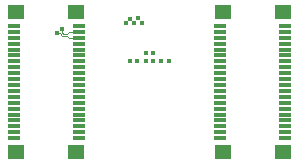
<source format=gbr>
G04 #@! TF.GenerationSoftware,KiCad,Pcbnew,5.0.2+dfsg1-1~bpo9+1*
G04 #@! TF.CreationDate,2019-10-17T14:08:20+02:00*
G04 #@! TF.ProjectId,zglue-jade-adapter,7a676c75-652d-46a6-9164-652d61646170,rev?*
G04 #@! TF.SameCoordinates,Original*
G04 #@! TF.FileFunction,Copper,L8,Bot*
G04 #@! TF.FilePolarity,Positive*
%FSLAX46Y46*%
G04 Gerber Fmt 4.6, Leading zero omitted, Abs format (unit mm)*
G04 Created by KiCad (PCBNEW 5.0.2+dfsg1-1~bpo9+1) date Thu 17 Oct 2019 02:08:20 PM CEST*
%MOMM*%
%LPD*%
G01*
G04 APERTURE LIST*
G04 #@! TA.AperFunction,SMDPad,CuDef*
%ADD10R,1.100000X0.300000*%
G04 #@! TD*
G04 #@! TA.AperFunction,SMDPad,CuDef*
%ADD11R,1.320000X1.300000*%
G04 #@! TD*
G04 #@! TA.AperFunction,ViaPad*
%ADD12C,0.400000*%
G04 #@! TD*
G04 #@! TA.AperFunction,Conductor*
%ADD13C,0.100000*%
G04 #@! TD*
G04 APERTURE END LIST*
D10*
G04 #@! TO.P,J1,20*
G04 #@! TO.N,/VUSB*
X6501220Y-14757000D03*
G04 #@! TO.P,J1,19*
X6501220Y-14257000D03*
G04 #@! TO.P,J1,18*
G04 #@! TO.N,/USB_D_N*
X6501220Y-13757000D03*
G04 #@! TO.P,J1,17*
G04 #@! TO.N,/USB_D_P*
X6501220Y-13257000D03*
G04 #@! TO.P,J1,16*
G04 #@! TO.N,GND*
X6501220Y-12757000D03*
G04 #@! TO.P,J1,15*
G04 #@! TO.N,/CSI_D4_IN_N*
X6501220Y-12257000D03*
G04 #@! TO.P,J1,14*
G04 #@! TO.N,/CSI_D4_IN_P*
X6501220Y-11757000D03*
G04 #@! TO.P,J1,13*
G04 #@! TO.N,GND*
X6501220Y-11257000D03*
G04 #@! TO.P,J1,12*
G04 #@! TO.N,/CSI_D3_IN_N*
X6501220Y-10757000D03*
G04 #@! TO.P,J1,11*
G04 #@! TO.N,/CSI_D3_IN_P*
X6501220Y-10257000D03*
G04 #@! TO.P,J1,10*
G04 #@! TO.N,GND*
X6501220Y-9757000D03*
G04 #@! TO.P,J1,9*
G04 #@! TO.N,/CSI_D2_IN_N*
X6501220Y-9257000D03*
G04 #@! TO.P,J1,8*
G04 #@! TO.N,/CSI_D2_IN_P*
X6501220Y-8757000D03*
G04 #@! TO.P,J1,7*
G04 #@! TO.N,GND*
X6501220Y-8257000D03*
G04 #@! TO.P,J1,6*
G04 #@! TO.N,/CSI_D1_IN_N*
X6501220Y-7757000D03*
G04 #@! TO.P,J1,5*
G04 #@! TO.N,/CSI_D1_IN_P*
X6501220Y-7257000D03*
G04 #@! TO.P,J1,4*
G04 #@! TO.N,GND*
X6501220Y-6757000D03*
G04 #@! TO.P,J1,3*
G04 #@! TO.N,/CSI_CLK_IN_N*
X6501220Y-6257000D03*
G04 #@! TO.P,J1,2*
G04 #@! TO.N,/CSI_CLK_IN_P*
X6501220Y-5757000D03*
G04 #@! TO.P,J1,1*
G04 #@! TO.N,GND*
X6501220Y-5257000D03*
G04 #@! TO.P,J1,40*
G04 #@! TO.N,/3V3_SYS*
X1002120Y-14757000D03*
G04 #@! TO.P,J1,39*
G04 #@! TO.N,/2V5_SYS*
X1002120Y-14257000D03*
G04 #@! TO.P,J1,38*
G04 #@! TO.N,/1V8_SYS*
X1002120Y-13757000D03*
G04 #@! TO.P,J1,37*
G04 #@! TO.N,/1V2_SYS*
X1002120Y-13257000D03*
G04 #@! TO.P,J1,36*
G04 #@! TO.N,/I2C_1_SDA*
X1002120Y-12757000D03*
G04 #@! TO.P,J1,35*
G04 #@! TO.N,/I2C_1_SCL*
X1002120Y-12257000D03*
G04 #@! TO.P,J1,34*
G04 #@! TO.N,/I2C_0_SDA*
X1002120Y-11757000D03*
G04 #@! TO.P,J1,33*
G04 #@! TO.N,/I2C_0_SCL*
X1002120Y-11257000D03*
G04 #@! TO.P,J1,32*
G04 #@! TO.N,GND*
X1002120Y-10757000D03*
G04 #@! TO.P,J1,31*
G04 #@! TO.N,/LED3_ISINK*
X1002120Y-10257000D03*
G04 #@! TO.P,J1,30*
G04 #@! TO.N,/LED2_ISINK*
X1002120Y-9757000D03*
G04 #@! TO.P,J1,29*
G04 #@! TO.N,/LED1_ISINK*
X1002120Y-9257000D03*
G04 #@! TO.P,J1,28*
G04 #@! TO.N,/PWR_BTN*
X1002120Y-8757000D03*
G04 #@! TO.P,J1,27*
G04 #@! TO.N,GND*
X1002120Y-8257000D03*
G04 #@! TO.P,J1,26*
G04 #@! TO.N,/DBG_RX*
X1002120Y-7757000D03*
G04 #@! TO.P,J1,25*
G04 #@! TO.N,/DBG_TX*
X1002120Y-7257000D03*
G04 #@! TO.P,J1,24*
G04 #@! TO.N,/TCK*
X1002120Y-6757000D03*
G04 #@! TO.P,J1,23*
G04 #@! TO.N,/TMS*
X1002120Y-6257000D03*
G04 #@! TO.P,J1,22*
G04 #@! TO.N,/TDO*
X1002120Y-5757000D03*
G04 #@! TO.P,J1,21*
G04 #@! TO.N,/TDI*
X1002120Y-5257000D03*
D11*
G04 #@! TO.P,J1,*
G04 #@! TO.N,*
X6313260Y-15963500D03*
X1192620Y-15958420D03*
X6313260Y-4055980D03*
X1192620Y-4055980D03*
G04 #@! TD*
D10*
G04 #@! TO.P,J2,20*
G04 #@! TO.N,GND*
X24001220Y-14757000D03*
G04 #@! TO.P,J2,19*
G04 #@! TO.N,/FLASH_IO3*
X24001220Y-14257000D03*
G04 #@! TO.P,J2,18*
G04 #@! TO.N,/FLASH_IO2*
X24001220Y-13757000D03*
G04 #@! TO.P,J2,17*
G04 #@! TO.N,/FLASH_IO1*
X24001220Y-13257000D03*
G04 #@! TO.P,J2,16*
G04 #@! TO.N,/FLASH_IO0*
X24001220Y-12757000D03*
G04 #@! TO.P,J2,15*
G04 #@! TO.N,/FLASH_CS*
X24001220Y-12257000D03*
G04 #@! TO.P,J2,14*
G04 #@! TO.N,/FLASH_CLK*
X24001220Y-11757000D03*
G04 #@! TO.P,J2,13*
G04 #@! TO.N,/DONE*
X24001220Y-11257000D03*
G04 #@! TO.P,J2,12*
G04 #@! TO.N,GND*
X24001220Y-10757000D03*
G04 #@! TO.P,J2,11*
G04 #@! TO.N,/E_CTRL_SS*
X24001220Y-10257000D03*
G04 #@! TO.P,J2,10*
G04 #@! TO.N,/E_CTRL_SCK*
X24001220Y-9757000D03*
G04 #@! TO.P,J2,9*
G04 #@! TO.N,/E_CTRL_SO*
X24001220Y-9257000D03*
G04 #@! TO.P,J2,8*
G04 #@! TO.N,/E_CTRL_SI*
X24001220Y-8757000D03*
G04 #@! TO.P,J2,7*
G04 #@! TO.N,/CTRL_RST_FLASH_SOC_CS*
X24001220Y-8257000D03*
G04 #@! TO.P,J2,6*
G04 #@! TO.N,GND*
X24001220Y-7757000D03*
G04 #@! TO.P,J2,5*
G04 #@! TO.N,/E_PROC_SS*
X24001220Y-7257000D03*
G04 #@! TO.P,J2,4*
G04 #@! TO.N,/E_PROC_SCK*
X24001220Y-6757000D03*
G04 #@! TO.P,J2,3*
G04 #@! TO.N,/E_PROC_SO*
X24001220Y-6257000D03*
G04 #@! TO.P,J2,2*
G04 #@! TO.N,/E_PROC_SI*
X24001220Y-5757000D03*
G04 #@! TO.P,J2,1*
G04 #@! TO.N,/E_PROC_RST*
X24001220Y-5257000D03*
G04 #@! TO.P,J2,40*
G04 #@! TO.N,/PROC_OUT_2*
X18502120Y-14757000D03*
G04 #@! TO.P,J2,39*
G04 #@! TO.N,/PROC_OUT_1*
X18502120Y-14257000D03*
G04 #@! TO.P,J2,38*
G04 #@! TO.N,/PROC_OUT_0*
X18502120Y-13757000D03*
G04 #@! TO.P,J2,37*
G04 #@! TO.N,/CTRL_OUT*
X18502120Y-13257000D03*
G04 #@! TO.P,J2,36*
G04 #@! TO.N,GND*
X18502120Y-12757000D03*
G04 #@! TO.P,J2,35*
G04 #@! TO.N,/CSI_D4_OUT_N*
X18502120Y-12257000D03*
G04 #@! TO.P,J2,34*
G04 #@! TO.N,/CSI_D4_OUT_P*
X18502120Y-11757000D03*
G04 #@! TO.P,J2,33*
G04 #@! TO.N,GND*
X18502120Y-11257000D03*
G04 #@! TO.P,J2,32*
G04 #@! TO.N,/CSI_D3_OUT_N*
X18502120Y-10757000D03*
G04 #@! TO.P,J2,31*
G04 #@! TO.N,/CSI_D3_OUT_P*
X18502120Y-10257000D03*
G04 #@! TO.P,J2,30*
G04 #@! TO.N,GND*
X18502120Y-9757000D03*
G04 #@! TO.P,J2,29*
G04 #@! TO.N,/CSI_D2_OUT_N*
X18502120Y-9257000D03*
G04 #@! TO.P,J2,28*
G04 #@! TO.N,/CSI_D2_OUT_P*
X18502120Y-8757000D03*
G04 #@! TO.P,J2,27*
G04 #@! TO.N,GND*
X18502120Y-8257000D03*
G04 #@! TO.P,J2,26*
G04 #@! TO.N,/CSI_D1_OUT_N*
X18502120Y-7757000D03*
G04 #@! TO.P,J2,25*
G04 #@! TO.N,/CSI_D1_OUT_P*
X18502120Y-7257000D03*
G04 #@! TO.P,J2,24*
G04 #@! TO.N,GND*
X18502120Y-6757000D03*
G04 #@! TO.P,J2,23*
G04 #@! TO.N,/CSI_CLK_OUT_N*
X18502120Y-6257000D03*
G04 #@! TO.P,J2,22*
G04 #@! TO.N,/CSI_CLK_OUT_P*
X18502120Y-5757000D03*
G04 #@! TO.P,J2,21*
G04 #@! TO.N,GND*
X18502120Y-5257000D03*
D11*
G04 #@! TO.P,J2,*
G04 #@! TO.N,*
X23813260Y-15963500D03*
X18692620Y-15958420D03*
X23813260Y-4055980D03*
X18692620Y-4055980D03*
G04 #@! TD*
D12*
G04 #@! TO.N,/CSI_CLK_IN_P*
X5059455Y-5500545D03*
G04 #@! TO.N,/CSI_CLK_IN_N*
X4670545Y-5889455D03*
G04 #@! TO.N,Net-(U1-PadD8)*
X14120000Y-8210000D03*
G04 #@! TO.N,/ULPM_WAKE*
X10870000Y-8225000D03*
G04 #@! TO.N,/PIO3*
X11545000Y-4585000D03*
G04 #@! TO.N,/PROC_OUT_1*
X10495000Y-4985000D03*
G04 #@! TO.N,/PROC_OUT_2*
X11195000Y-5035000D03*
G04 #@! TO.N,/PIO1*
X11845000Y-4985000D03*
G04 #@! TO.N,/DONE*
X10895000Y-4635000D03*
G04 #@! TO.N,/PIO2*
X12170000Y-8215000D03*
G04 #@! TO.N,/PIO13*
X13470000Y-8205000D03*
G04 #@! TO.N,/PIO14*
X12845000Y-8230000D03*
G04 #@! TO.N,/PIO8*
X12820000Y-7530000D03*
G04 #@! TO.N,/PIO6*
X12170000Y-7530000D03*
G04 #@! TO.N,Net-(U1-PadC3)*
X11470000Y-8220000D03*
G04 #@! TD*
D13*
G04 #@! TO.N,/CSI_CLK_IN_P*
X5059455Y-5762175D02*
X5059455Y-5500545D01*
X5214280Y-5917000D02*
X5059455Y-5762175D01*
X5676219Y-5757000D02*
X5516219Y-5917000D01*
X6501220Y-5757000D02*
X5676219Y-5757000D01*
X5516219Y-5917000D02*
X5214280Y-5917000D01*
G04 #@! TO.N,/CSI_CLK_IN_N*
X5676219Y-6257000D02*
X5516219Y-6097000D01*
X5139720Y-6097000D02*
X4932175Y-5889455D01*
X6501220Y-6257000D02*
X5676219Y-6257000D01*
X5516219Y-6097000D02*
X5139720Y-6097000D01*
X4932175Y-5889455D02*
X4670545Y-5889455D01*
G04 #@! TD*
M02*

</source>
